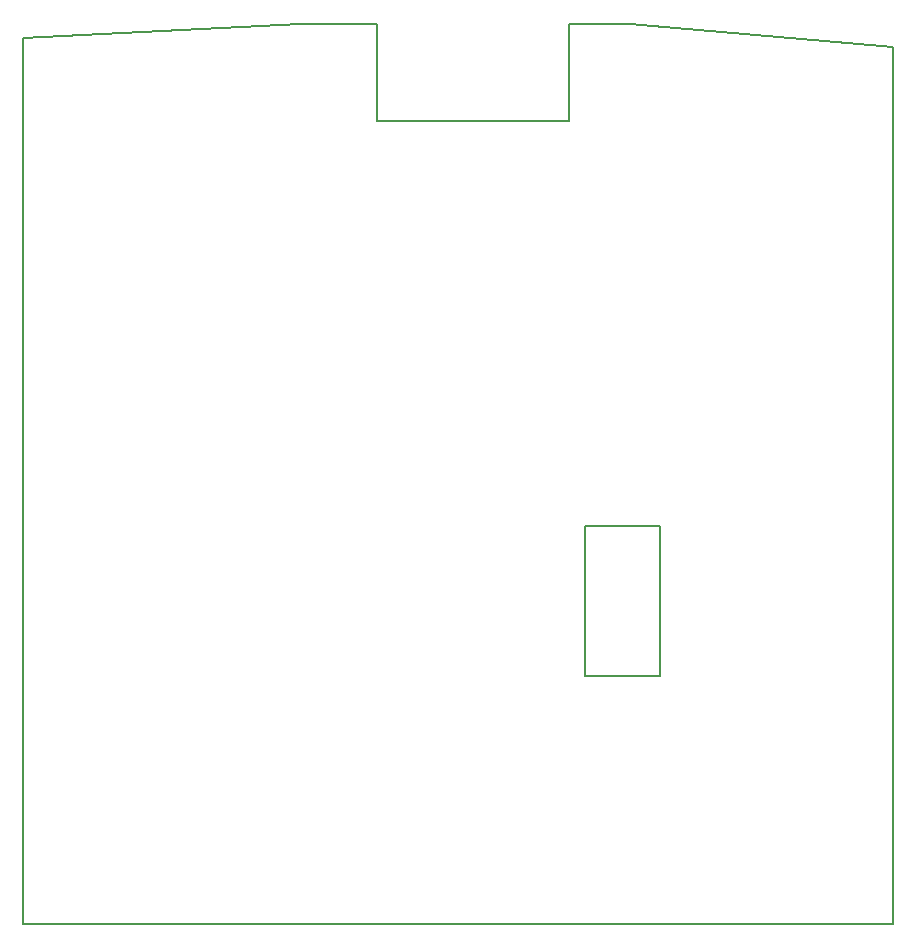
<source format=gko>
G04 #@! TF.FileFunction,Profile,NP*
%FSLAX46Y46*%
G04 Gerber Fmt 4.6, Leading zero omitted, Abs format (unit mm)*
G04 Created by KiCad (PCBNEW (2015-04-03 BZR 5570)-product) date Mon Apr  6 03:58:37 2015*
%MOMM*%
G01*
G04 APERTURE LIST*
%ADD10C,0.150000*%
G04 APERTURE END LIST*
D10*
X155575000Y-118745000D02*
X155575000Y-131445000D01*
X149225000Y-118745000D02*
X155575000Y-118745000D01*
X149225000Y-131445000D02*
X149225000Y-118745000D01*
X155575000Y-131445000D02*
X149225000Y-131445000D01*
X147828000Y-84455000D02*
X131572000Y-84455000D01*
X147828000Y-76200000D02*
X147828000Y-84455000D01*
X147955000Y-76200000D02*
X147828000Y-76200000D01*
X131572000Y-76200000D02*
X131572000Y-84455000D01*
X131445000Y-76200000D02*
X131572000Y-76200000D01*
X153035000Y-76200000D02*
X147955000Y-76200000D01*
X125095000Y-76200000D02*
X131445000Y-76200000D01*
X175260000Y-78155800D02*
X153035000Y-76200000D01*
X175260000Y-152400000D02*
X175260000Y-78155800D01*
X101600000Y-77419200D02*
X125095000Y-76200000D01*
X101600000Y-152400000D02*
X175260000Y-152400000D01*
X101600000Y-152400000D02*
X101600000Y-77419200D01*
M02*

</source>
